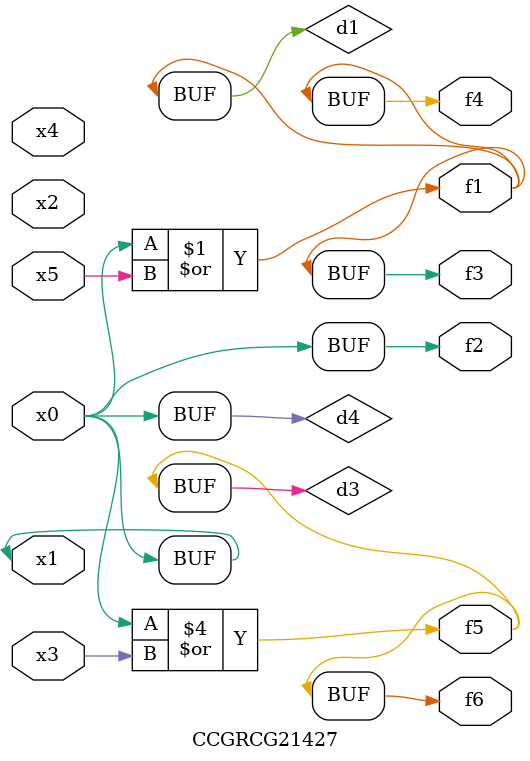
<source format=v>
module CCGRCG21427(
	input x0, x1, x2, x3, x4, x5,
	output f1, f2, f3, f4, f5, f6
);

	wire d1, d2, d3, d4;

	or (d1, x0, x5);
	xnor (d2, x1, x4);
	or (d3, x0, x3);
	buf (d4, x0, x1);
	assign f1 = d1;
	assign f2 = d4;
	assign f3 = d1;
	assign f4 = d1;
	assign f5 = d3;
	assign f6 = d3;
endmodule

</source>
